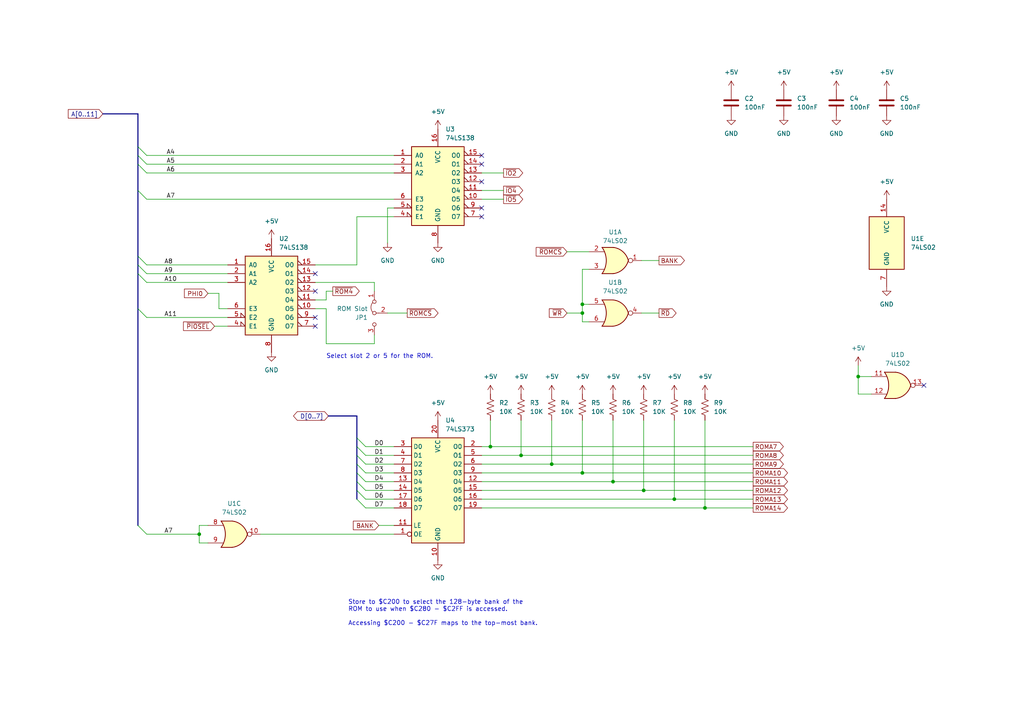
<source format=kicad_sch>
(kicad_sch (version 20230121) (generator eeschema)
  (paper "A4")
  (lib_symbols
    (symbol "74xx:74LS02" (pin_names (offset 1.016))
      (property "Reference" "U" (at 0 1.27 0))
      (property "Value" "74LS02" (at 0 -1.27 0))
      (symbol "74LS02_1_1"
        (arc (start -3.81 -3.81) (mid -2.589 0) (end -3.81 3.81) (stroke (width 0.254)))
        (arc (start -0.6096 -3.81) (mid 2.1842 -2.5851) (end 3.81 0) (stroke (width 0.254)) (fill (type background)))
        (polyline (pts (xy -3.81 -3.81) (xy -0.635 -3.81)) (stroke (width 0.254)) (fill (type background)))
        (polyline (pts (xy -3.81 3.81) (xy -0.635 3.81)) (stroke (width 0.254)) (fill (type background)))
        (polyline (pts (xy -0.635 3.81) (xy -3.81 3.81) (xy -3.81 3.81) (xy -3.556 3.4036) (xy -3.0226 2.2606) (xy -2.6924 1.0414) (xy -2.6162 -0.254) (xy -2.7686 -1.4986) (xy -3.175 -2.7178) (xy -3.81 -3.81) (xy -3.81 -3.81) (xy -0.635 -3.81)) (stroke (width -25.4)) (fill (type background)))
        (arc (start 3.81 0) (mid 2.1915 2.5936) (end -0.6096 3.81) (stroke (width 0.254)) (fill (type background)))
        (pin output inverted (at 7.62 0 180) (length 3.81) (name "~") (number "1"))
        (pin input line (at -7.62 2.54 0) (length 4.318) (name "~") (number "2"))
        (pin input line (at -7.62 -2.54 0) (length 4.318) (name "~") (number "3"))
      )
      (symbol "74LS02_1_2"
        (arc (start 0 -3.81) (mid 3.7934 0) (end 0 3.81) (stroke (width 0.254)) (fill (type background)))
        (polyline (pts (xy 0 3.81) (xy -3.81 3.81) (xy -3.81 -3.81) (xy 0 -3.81)) (stroke (width 0.254)) (fill (type background)))
        (pin output line (at 7.62 0 180) (length 3.81) (name "~") (number "1"))
        (pin input inverted (at -7.62 2.54 0) (length 3.81) (name "~") (number "2"))
        (pin input inverted (at -7.62 -2.54 0) (length 3.81) (name "~") (number "3"))
      )
      (symbol "74LS02_2_1"
        (arc (start -3.81 -3.81) (mid -2.589 0) (end -3.81 3.81) (stroke (width 0.254)))
        (arc (start -0.6096 -3.81) (mid 2.1842 -2.5851) (end 3.81 0) (stroke (width 0.254)) (fill (type background)))
        (polyline (pts (xy -3.81 -3.81) (xy -0.635 -3.81)) (stroke (width 0.254)) (fill (type background)))
        (polyline (pts (xy -3.81 3.81) (xy -0.635 3.81)) (stroke (width 0.254)) (fill (type background)))
        (polyline (pts (xy -0.635 3.81) (xy -3.81 3.81) (xy -3.81 3.81) (xy -3.556 3.4036) (xy -3.0226 2.2606) (xy -2.6924 1.0414) (xy -2.6162 -0.254) (xy -2.7686 -1.4986) (xy -3.175 -2.7178) (xy -3.81 -3.81) (xy -3.81 -3.81) (xy -0.635 -3.81)) (stroke (width -25.4)) (fill (type background)))
        (arc (start 3.81 0) (mid 2.1915 2.5936) (end -0.6096 3.81) (stroke (width 0.254)) (fill (type background)))
        (pin output inverted (at 7.62 0 180) (length 3.81) (name "~") (number "4"))
        (pin input line (at -7.62 2.54 0) (length 4.318) (name "~") (number "5"))
        (pin input line (at -7.62 -2.54 0) (length 4.318) (name "~") (number "6"))
      )
      (symbol "74LS02_2_2"
        (arc (start 0 -3.81) (mid 3.7934 0) (end 0 3.81) (stroke (width 0.254)) (fill (type background)))
        (polyline (pts (xy 0 3.81) (xy -3.81 3.81) (xy -3.81 -3.81) (xy 0 -3.81)) (stroke (width 0.254)) (fill (type background)))
        (pin output line (at 7.62 0 180) (length 3.81) (name "~") (number "4"))
        (pin input inverted (at -7.62 2.54 0) (length 3.81) (name "~") (number "5"))
        (pin input inverted (at -7.62 -2.54 0) (length 3.81) (name "~") (number "6"))
      )
      (symbol "74LS02_3_1"
        (arc (start -3.81 -3.81) (mid -2.589 0) (end -3.81 3.81) (stroke (width 0.254)))
        (arc (start -0.6096 -3.81) (mid 2.1842 -2.5851) (end 3.81 0) (stroke (width 0.254)) (fill (type background)))
        (polyline (pts (xy -3.81 -3.81) (xy -0.635 -3.81)) (stroke (width 0.254)) (fill (type background)))
        (polyline (pts (xy -3.81 3.81) (xy -0.635 3.81)) (stroke (width 0.254)) (fill (type background)))
        (polyline (pts (xy -0.635 3.81) (xy -3.81 3.81) (xy -3.81 3.81) (xy -3.556 3.4036) (xy -3.0226 2.2606) (xy -2.6924 1.0414) (xy -2.6162 -0.254) (xy -2.7686 -1.4986) (xy -3.175 -2.7178) (xy -3.81 -3.81) (xy -3.81 -3.81) (xy -0.635 -3.81)) (stroke (width -25.4)) (fill (type background)))
        (arc (start 3.81 0) (mid 2.1915 2.5936) (end -0.6096 3.81) (stroke (width 0.254)) (fill (type background)))
        (pin output inverted (at 7.62 0 180) (length 3.81) (name "~") (number "10"))
        (pin input line (at -7.62 2.54 0) (length 4.318) (name "~") (number "8"))
        (pin input line (at -7.62 -2.54 0) (length 4.318) (name "~") (number "9"))
      )
      (symbol "74LS02_3_2"
        (arc (start 0 -3.81) (mid 3.7934 0) (end 0 3.81) (stroke (width 0.254)) (fill (type background)))
        (polyline (pts (xy 0 3.81) (xy -3.81 3.81) (xy -3.81 -3.81) (xy 0 -3.81)) (stroke (width 0.254)) (fill (type background)))
        (pin output line (at 7.62 0 180) (length 3.81) (name "~") (number "10"))
        (pin input inverted (at -7.62 2.54 0) (length 3.81) (name "~") (number "8"))
        (pin input inverted (at -7.62 -2.54 0) (length 3.81) (name "~") (number "9"))
      )
      (symbol "74LS02_4_1"
        (arc (start -3.81 -3.81) (mid -2.589 0) (end -3.81 3.81) (stroke (width 0.254)))
        (arc (start -0.6096 -3.81) (mid 2.1842 -2.5851) (end 3.81 0) (stroke (width 0.254)) (fill (type background)))
        (polyline (pts (xy -3.81 -3.81) (xy -0.635 -3.81)) (stroke (width 0.254)) (fill (type background)))
        (polyline (pts (xy -3.81 3.81) (xy -0.635 3.81)) (stroke (width 0.254)) (fill (type background)))
        (polyline (pts (xy -0.635 3.81) (xy -3.81 3.81) (xy -3.81 3.81) (xy -3.556 3.4036) (xy -3.0226 2.2606) (xy -2.6924 1.0414) (xy -2.6162 -0.254) (xy -2.7686 -1.4986) (xy -3.175 -2.7178) (xy -3.81 -3.81) (xy -3.81 -3.81) (xy -0.635 -3.81)) (stroke (width -25.4)) (fill (type background)))
        (arc (start 3.81 0) (mid 2.1915 2.5936) (end -0.6096 3.81) (stroke (width 0.254)) (fill (type background)))
        (pin input line (at -7.62 2.54 0) (length 4.318) (name "~") (number "11"))
        (pin input line (at -7.62 -2.54 0) (length 4.318) (name "~") (number "12"))
        (pin output inverted (at 7.62 0 180) (length 3.81) (name "~") (number "13"))
      )
      (symbol "74LS02_4_2"
        (arc (start 0 -3.81) (mid 3.7934 0) (end 0 3.81) (stroke (width 0.254)) (fill (type background)))
        (polyline (pts (xy 0 3.81) (xy -3.81 3.81) (xy -3.81 -3.81) (xy 0 -3.81)) (stroke (width 0.254)) (fill (type background)))
        (pin input inverted (at -7.62 2.54 0) (length 3.81) (name "~") (number "11"))
        (pin input inverted (at -7.62 -2.54 0) (length 3.81) (name "~") (number "12"))
        (pin output line (at 7.62 0 180) (length 3.81) (name "~") (number "13"))
      )
      (symbol "74LS02_5_0"
        (pin power_in line (at 0 12.7 270) (length 5.08) (name "VCC") (number "14"))
        (pin power_in line (at 0 -12.7 90) (length 5.08) (name "GND") (number "7"))
      )
      (symbol "74LS02_5_1"
        (rectangle (start -5.08 7.62) (end 5.08 -7.62) (stroke (width 0.254)) (fill (type background)))
      )
    )
    (symbol "74xx:74LS138" (pin_names (offset 1.016))
      (property "Reference" "U" (at -7.62 11.43 0))
      (property "Value" "74LS138" (at -7.62 -13.97 0))
      (symbol "74LS138_1_0"
        (pin input line (at -12.7 7.62 0) (length 5.08) (name "A0") (number "1"))
        (pin output output_low (at 12.7 -5.08 180) (length 5.08) (name "O5") (number "10"))
        (pin output output_low (at 12.7 -2.54 180) (length 5.08) (name "O4") (number "11"))
        (pin output output_low (at 12.7 0 180) (length 5.08) (name "O3") (number "12"))
        (pin output output_low (at 12.7 2.54 180) (length 5.08) (name "O2") (number "13"))
        (pin output output_low (at 12.7 5.08 180) (length 5.08) (name "O1") (number "14"))
        (pin output output_low (at 12.7 7.62 180) (length 5.08) (name "O0") (number "15"))
        (pin power_in line (at 0 15.24 270) (length 5.08) (name "VCC") (number "16"))
        (pin input line (at -12.7 5.08 0) (length 5.08) (name "A1") (number "2"))
        (pin input line (at -12.7 2.54 0) (length 5.08) (name "A2") (number "3"))
        (pin input input_low (at -12.7 -10.16 0) (length 5.08) (name "E1") (number "4"))
        (pin input input_low (at -12.7 -7.62 0) (length 5.08) (name "E2") (number "5"))
        (pin input line (at -12.7 -5.08 0) (length 5.08) (name "E3") (number "6"))
        (pin output output_low (at 12.7 -10.16 180) (length 5.08) (name "O7") (number "7"))
        (pin power_in line (at 0 -17.78 90) (length 5.08) (name "GND") (number "8"))
        (pin output output_low (at 12.7 -7.62 180) (length 5.08) (name "O6") (number "9"))
      )
      (symbol "74LS138_1_1"
        (rectangle (start -7.62 10.16) (end 7.62 -12.7) (stroke (width 0.254)) (fill (type background)))
      )
    )
    (symbol "74xx:74LS373"
      (property "Reference" "U" (at -7.62 16.51 0))
      (property "Value" "74LS373" (at -7.62 -16.51 0))
      (symbol "74LS373_1_0"
        (pin input inverted (at -12.7 -12.7 0) (length 5.08) (name "OE") (number "1"))
        (pin power_in line (at 0 -20.32 90) (length 5.08) (name "GND") (number "10"))
        (pin input line (at -12.7 -10.16 0) (length 5.08) (name "LE") (number "11"))
        (pin tri_state line (at 12.7 2.54 180) (length 5.08) (name "O4") (number "12"))
        (pin input line (at -12.7 2.54 0) (length 5.08) (name "D4") (number "13"))
        (pin input line (at -12.7 0 0) (length 5.08) (name "D5") (number "14"))
        (pin tri_state line (at 12.7 0 180) (length 5.08) (name "O5") (number "15"))
        (pin tri_state line (at 12.7 -2.54 180) (length 5.08) (name "O6") (number "16"))
        (pin input line (at -12.7 -2.54 0) (length 5.08) (name "D6") (number "17"))
        (pin input line (at -12.7 -5.08 0) (length 5.08) (name "D7") (number "18"))
        (pin tri_state line (at 12.7 -5.08 180) (length 5.08) (name "O7") (number "19"))
        (pin tri_state line (at 12.7 12.7 180) (length 5.08) (name "O0") (number "2"))
        (pin power_in line (at 0 20.32 270) (length 5.08) (name "VCC") (number "20"))
        (pin input line (at -12.7 12.7 0) (length 5.08) (name "D0") (number "3"))
        (pin input line (at -12.7 10.16 0) (length 5.08) (name "D1") (number "4"))
        (pin tri_state line (at 12.7 10.16 180) (length 5.08) (name "O1") (number "5"))
        (pin tri_state line (at 12.7 7.62 180) (length 5.08) (name "O2") (number "6"))
        (pin input line (at -12.7 7.62 0) (length 5.08) (name "D2") (number "7"))
        (pin input line (at -12.7 5.08 0) (length 5.08) (name "D3") (number "8"))
        (pin tri_state line (at 12.7 5.08 180) (length 5.08) (name "O3") (number "9"))
      )
      (symbol "74LS373_1_1"
        (rectangle (start -7.62 15.24) (end 7.62 -15.24) (stroke (width 0.254)) (fill (type background)))
      )
    )
    (symbol "Device:C" (pin_numbers hide) (pin_names (offset 0.254))
      (property "Reference" "C" (at 0.635 2.54 0))
      (property "Value" "C" (at 0.635 -2.54 0))
      (symbol "C_0_1"
        (polyline (pts (xy -2.032 -0.762) (xy 2.032 -0.762)) (stroke (width 0.508)))
        (polyline (pts (xy -2.032 0.762) (xy 2.032 0.762)) (stroke (width 0.508)))
      )
      (symbol "C_1_1"
        (pin passive line (at 0 3.81 270) (length 2.794) (name "~") (number "1"))
        (pin passive line (at 0 -3.81 90) (length 2.794) (name "~") (number "2"))
      )
    )
    (symbol "Device:R_US" (pin_numbers hide) (pin_names (offset 0))
      (property "Reference" "R" (at 2.54 0 90))
      (property "Value" "R_US" (at -2.54 0 90))
      (symbol "R_US_0_1"
        (polyline (pts (xy 0 -2.286) (xy 0 -2.54)))
        (polyline (pts (xy 0 2.286) (xy 0 2.54)))
        (polyline (pts (xy 0 -0.762) (xy 1.016 -1.143) (xy 0 -1.524) (xy -1.016 -1.905) (xy 0 -2.286)))
        (polyline (pts (xy 0 0.762) (xy 1.016 0.381) (xy 0 0) (xy -1.016 -0.381) (xy 0 -0.762)))
        (polyline (pts (xy 0 2.286) (xy 1.016 1.905) (xy 0 1.524) (xy -1.016 1.143) (xy 0 0.762)))
      )
      (symbol "R_US_1_1"
        (pin passive line (at 0 3.81 270) (length 1.27) (name "~") (number "1"))
        (pin passive line (at 0 -3.81 90) (length 1.27) (name "~") (number "2"))
      )
    )
    (symbol "Jumper:Jumper_3_Bridged12" (pin_names (offset 0) hide)
      (property "Reference" "JP" (at -2.54 -2.54 0))
      (property "Value" "Jumper_3_Bridged12" (at 0 2.794 0))
      (symbol "Jumper_3_Bridged12_0_0"
        (circle (center -3.302 0) (radius 0.508))
        (circle (center 0 0) (radius 0.508))
        (circle (center 3.302 0) (radius 0.508))
      )
      (symbol "Jumper_3_Bridged12_0_1"
        (arc (start -0.254 0.508) (mid -1.651 0.9912) (end -3.048 0.508))
        (polyline (pts (xy 0 -1.27) (xy 0 -0.508)))
      )
      (symbol "Jumper_3_Bridged12_1_1"
        (pin passive line (at -6.35 0 0) (length 2.54) (name "A") (number "1"))
        (pin passive line (at 0 -3.81 90) (length 2.54) (name "C") (number "2"))
        (pin passive line (at 6.35 0 180) (length 2.54) (name "B") (number "3"))
      )
    )
    (symbol "power:+5V" (power) (pin_names (offset 0))
      (property "Value" "+5V" (at 0 3.556 0))
      (symbol "+5V_0_1"
        (polyline (pts (xy -0.762 1.27) (xy 0 2.54)))
        (polyline (pts (xy 0 0) (xy 0 2.54)))
        (polyline (pts (xy 0 2.54) (xy 0.762 1.27)))
      )
      (symbol "+5V_1_1"
        (pin power_in line (at 0 0 90) (length 0) hide (name "+5V") (number "1"))
      )
    )
    (symbol "power:GND" (power) (pin_names (offset 0))
      (property "Value" "GND" (at 0 -3.81 0))
      (symbol "GND_0_1"
        (polyline (pts (xy 0 0) (xy 0 -1.27) (xy 1.27 -1.27) (xy 0 -2.54) (xy -1.27 -1.27) (xy 0 -1.27)))
      )
      (symbol "GND_1_1"
        (pin power_in line (at 0 0 270) (length 0) hide (name "GND") (number "1"))
      )
    )
  )
  (junction (at 195.58 144.78))
  (junction (at 160.02 134.62))
  (junction (at 168.91 90.805))
  (junction (at 177.8 139.7))
  (junction (at 142.24 129.54))
  (junction (at 168.91 88.265))
  (junction (at 168.91 137.16))
  (junction (at 151.13 132.08))
  (junction (at 248.92 109.22))
  (junction (at 57.785 154.94))
  (junction (at 186.69 142.24))
  (junction (at 204.47 147.32))
  (no_connect (at 91.44 84.455))
  (no_connect (at 139.7 60.325))
  (no_connect (at 267.97 111.76))
  (no_connect (at 91.44 92.075))
  (no_connect (at 139.7 52.705))
  (no_connect (at 139.7 62.865))
  (no_connect (at 139.7 45.085))
  (no_connect (at 91.44 79.375))
  (no_connect (at 139.7 47.625))
  (no_connect (at 91.44 94.615))
  (bus_entry (at 40.005 47.625) (size 2.54 2.54))
  (bus_entry (at 40.005 152.4) (size 2.54 2.54))
  (bus_entry (at 103.505 127) (size 2.54 2.54))
  (bus_entry (at 40.005 76.835) (size 2.54 2.54))
  (bus_entry (at 103.505 137.16) (size 2.54 2.54))
  (bus_entry (at 103.505 129.54) (size 2.54 2.54))
  (bus_entry (at 103.505 144.78) (size 2.54 2.54))
  (bus_entry (at 103.505 132.08) (size 2.54 2.54))
  (bus_entry (at 40.005 79.375) (size 2.54 2.54))
  (bus_entry (at 103.505 139.7) (size 2.54 2.54))
  (bus_entry (at 103.505 134.62) (size 2.54 2.54))
  (bus_entry (at 40.005 45.085) (size 2.54 2.54))
  (bus_entry (at 40.005 74.295) (size 2.54 2.54))
  (bus_entry (at 40.005 42.545) (size 2.54 2.54))
  (bus_entry (at 40.005 89.535) (size 2.54 2.54))
  (bus_entry (at 103.505 142.24) (size 2.54 2.54))
  (bus_entry (at 40.005 55.245) (size 2.54 2.54))
  (wire (pts (xy 60.325 152.4) (xy 57.785 152.4)))
  (bus (pts (xy 40.005 33.02) (xy 40.005 42.545)))
  (wire (pts (xy 91.44 76.835) (xy 103.505 76.835)))
  (bus (pts (xy 40.005 89.535) (xy 40.005 152.4)))
  (wire (pts (xy 139.7 147.32) (xy 204.47 147.32)))
  (wire (pts (xy 248.92 109.22) (xy 252.73 109.22)))
  (wire (pts (xy 109.855 152.4) (xy 114.3 152.4)))
  (wire (pts (xy 94.615 84.455) (xy 96.52 84.455)))
  (wire (pts (xy 106.045 137.16) (xy 114.3 137.16)))
  (wire (pts (xy 164.465 90.805) (xy 168.91 90.805)))
  (bus (pts (xy 103.505 134.62) (xy 103.505 137.16)))
  (wire (pts (xy 186.69 121.92) (xy 186.69 142.24)))
  (wire (pts (xy 60.325 85.09) (xy 63.5 85.09)))
  (wire (pts (xy 106.045 142.24) (xy 114.3 142.24)))
  (wire (pts (xy 168.91 121.92) (xy 168.91 137.16)))
  (bus (pts (xy 29.845 33.02) (xy 40.005 33.02)))
  (wire (pts (xy 139.7 55.245) (xy 146.05 55.245)))
  (wire (pts (xy 63.5 85.09) (xy 63.5 89.535)))
  (wire (pts (xy 106.045 134.62) (xy 114.3 134.62)))
  (wire (pts (xy 106.045 147.32) (xy 114.3 147.32)))
  (wire (pts (xy 252.73 114.3) (xy 248.92 114.3)))
  (wire (pts (xy 186.055 75.565) (xy 191.135 75.565)))
  (bus (pts (xy 95.25 120.65) (xy 103.505 120.65)))
  (wire (pts (xy 160.02 121.92) (xy 160.02 134.62)))
  (bus (pts (xy 40.005 55.245) (xy 40.005 74.295)))
  (wire (pts (xy 75.565 154.94) (xy 114.3 154.94)))
  (wire (pts (xy 94.615 86.995) (xy 94.615 84.455)))
  (wire (pts (xy 42.545 76.835) (xy 66.04 76.835)))
  (bus (pts (xy 103.505 129.54) (xy 103.505 132.08)))
  (wire (pts (xy 164.465 73.025) (xy 170.815 73.025)))
  (bus (pts (xy 40.005 47.625) (xy 40.005 55.245)))
  (wire (pts (xy 139.7 50.165) (xy 146.05 50.165)))
  (wire (pts (xy 42.545 79.375) (xy 66.04 79.375)))
  (bus (pts (xy 103.505 127) (xy 103.505 129.54)))
  (wire (pts (xy 103.505 76.835) (xy 103.505 62.865)))
  (wire (pts (xy 139.7 144.78) (xy 195.58 144.78)))
  (wire (pts (xy 112.395 60.325) (xy 114.3 60.325)))
  (wire (pts (xy 142.24 121.92) (xy 142.24 129.54)))
  (wire (pts (xy 139.7 142.24) (xy 186.69 142.24)))
  (bus (pts (xy 40.005 79.375) (xy 40.005 89.535)))
  (wire (pts (xy 139.7 129.54) (xy 142.24 129.54)))
  (wire (pts (xy 168.91 78.105) (xy 168.91 88.265)))
  (wire (pts (xy 42.545 81.915) (xy 66.04 81.915)))
  (wire (pts (xy 94.615 99.695) (xy 108.585 99.695)))
  (wire (pts (xy 106.045 129.54) (xy 114.3 129.54)))
  (wire (pts (xy 42.545 154.94) (xy 57.785 154.94)))
  (wire (pts (xy 204.47 147.32) (xy 218.44 147.32)))
  (wire (pts (xy 195.58 121.92) (xy 195.58 144.78)))
  (wire (pts (xy 42.545 57.785) (xy 114.3 57.785)))
  (wire (pts (xy 57.785 154.94) (xy 57.785 157.48)))
  (wire (pts (xy 42.545 47.625) (xy 114.3 47.625)))
  (wire (pts (xy 62.23 94.615) (xy 66.04 94.615)))
  (wire (pts (xy 103.505 62.865) (xy 114.3 62.865)))
  (wire (pts (xy 108.585 99.695) (xy 108.585 97.155)))
  (wire (pts (xy 186.055 90.805) (xy 191.135 90.805)))
  (wire (pts (xy 112.395 90.805) (xy 118.11 90.805)))
  (wire (pts (xy 168.91 90.805) (xy 168.91 93.345)))
  (wire (pts (xy 186.69 142.24) (xy 218.44 142.24)))
  (wire (pts (xy 139.7 139.7) (xy 177.8 139.7)))
  (bus (pts (xy 40.005 74.295) (xy 40.005 76.835)))
  (wire (pts (xy 57.785 152.4) (xy 57.785 154.94)))
  (bus (pts (xy 103.505 132.08) (xy 103.505 134.62)))
  (bus (pts (xy 103.505 139.7) (xy 103.505 142.24)))
  (wire (pts (xy 177.8 121.92) (xy 177.8 139.7)))
  (wire (pts (xy 106.045 144.78) (xy 114.3 144.78)))
  (wire (pts (xy 112.395 70.485) (xy 112.395 60.325)))
  (wire (pts (xy 139.7 57.785) (xy 146.05 57.785)))
  (bus (pts (xy 103.505 137.16) (xy 103.505 139.7)))
  (wire (pts (xy 160.02 134.62) (xy 218.44 134.62)))
  (bus (pts (xy 103.505 142.24) (xy 103.505 144.78)))
  (wire (pts (xy 139.7 132.08) (xy 151.13 132.08)))
  (wire (pts (xy 248.92 114.3) (xy 248.92 109.22)))
  (wire (pts (xy 91.44 86.995) (xy 94.615 86.995)))
  (wire (pts (xy 108.585 81.915) (xy 108.585 84.455)))
  (wire (pts (xy 139.7 137.16) (xy 168.91 137.16)))
  (wire (pts (xy 63.5 89.535) (xy 66.04 89.535)))
  (wire (pts (xy 142.24 129.54) (xy 218.44 129.54)))
  (wire (pts (xy 139.7 134.62) (xy 160.02 134.62)))
  (wire (pts (xy 42.545 50.165) (xy 114.3 50.165)))
  (wire (pts (xy 168.91 137.16) (xy 218.44 137.16)))
  (wire (pts (xy 94.615 89.535) (xy 94.615 99.695)))
  (wire (pts (xy 168.91 88.265) (xy 168.91 90.805)))
  (bus (pts (xy 40.005 76.835) (xy 40.005 79.375)))
  (wire (pts (xy 106.045 132.08) (xy 114.3 132.08)))
  (bus (pts (xy 40.005 42.545) (xy 40.005 45.085)))
  (wire (pts (xy 42.545 92.075) (xy 66.04 92.075)))
  (wire (pts (xy 170.815 88.265) (xy 168.91 88.265)))
  (wire (pts (xy 168.91 93.345) (xy 170.815 93.345)))
  (wire (pts (xy 42.545 45.085) (xy 114.3 45.085)))
  (wire (pts (xy 151.13 121.92) (xy 151.13 132.08)))
  (wire (pts (xy 57.785 157.48) (xy 60.325 157.48)))
  (wire (pts (xy 91.44 81.915) (xy 108.585 81.915)))
  (wire (pts (xy 170.815 78.105) (xy 168.91 78.105)))
  (wire (pts (xy 195.58 144.78) (xy 218.44 144.78)))
  (wire (pts (xy 248.92 109.22) (xy 248.92 106.045)))
  (wire (pts (xy 91.44 89.535) (xy 94.615 89.535)))
  (wire (pts (xy 106.045 139.7) (xy 114.3 139.7)))
  (bus (pts (xy 103.505 120.65) (xy 103.505 127)))
  (wire (pts (xy 204.47 121.92) (xy 204.47 147.32)))
  (wire (pts (xy 151.13 132.08) (xy 218.44 132.08)))
  (wire (pts (xy 177.8 139.7) (xy 218.44 139.7)))
  (bus (pts (xy 40.005 45.085) (xy 40.005 47.625)))
  (text "Store to $C200 to select the 128-byte bank of the\nROM to use when $C280 - $C2FF is accessed.\n\nAccessing $C200 - $C27F maps to the top-most bank." (at 100.965 181.61 0) (effects (font (size 1.27 1.27)) (justify left bottom)))
  (text "Select slot 2 or 5 for the ROM." (at 94.615 104.14 0) (effects (font (size 1.27 1.27)) (justify left bottom)))
  (label "A8" (at 47.625 76.835 0))
  (label "A5" (at 48.26 47.625 0))
  (label "D4" (at 108.585 139.7 0))
  (label "A9" (at 47.625 79.375 0))
  (label "A6" (at 48.26 50.165 0))
  (label "D0" (at 108.585 129.54 0))
  (label "A7" (at 47.625 154.94 0))
  (label "D1" (at 108.585 132.08 0))
  (label "D7" (at 108.585 147.32 0))
  (label "D3" (at 108.585 137.16 0))
  (label "D2" (at 108.585 134.62 0))
  (label "A11" (at 47.625 92.075 0))
  (label "D6" (at 108.585 144.78 0))
  (label "A10" (at 47.625 81.915 0))
  (label "A4" (at 48.26 45.085 0))
  (label "D5" (at 108.585 142.24 0))
  (label "A7" (at 48.26 57.785 0))
  (global_label "~{PIOSEL}" (shape input) (at 62.23 94.615 180) (property "Intersheetrefs" "${INTERSHEET_REFS}" (effects hide)))
  (global_label "~{WR}" (shape input) (at 164.465 90.805 180) (property "Intersheetrefs" "${INTERSHEET_REFS}" (effects hide)))
  (global_label "BANK" (shape input) (at 109.855 152.4 180) (property "Intersheetrefs" "${INTERSHEET_REFS}" (effects hide)))
  (global_label "A[0..11]" (shape input) (at 29.845 33.02 180) (property "Intersheetrefs" "${INTERSHEET_REFS}" (effects hide)))
  (global_label "PHI0" (shape input) (at 60.325 85.09 180) (property "Intersheetrefs" "${INTERSHEET_REFS}" (effects hide)))
  (global_label "ROMA12" (shape output) (at 218.44 142.24 0) (property "Intersheetrefs" "${INTERSHEET_REFS}" (effects hide)))
  (global_label "~{RD}" (shape output) (at 191.135 90.805 0) (property "Intersheetrefs" "${INTERSHEET_REFS}" (effects hide)))
  (global_label "~{IO2}" (shape output) (at 146.05 50.165 0) (property "Intersheetrefs" "${INTERSHEET_REFS}" (effects hide)))
  (global_label "~{IO5}" (shape output) (at 146.05 57.785 0) (property "Intersheetrefs" "${INTERSHEET_REFS}" (effects hide)))
  (global_label "ROMA11" (shape output) (at 218.44 139.7 0) (property "Intersheetrefs" "${INTERSHEET_REFS}" (effects hide)))
  (global_label "ROMA10" (shape output) (at 218.44 137.16 0) (property "Intersheetrefs" "${INTERSHEET_REFS}" (effects hide)))
  (global_label "D[0..7]" (shape bidirectional) (at 95.25 120.65 180) (property "Intersheetrefs" "${INTERSHEET_REFS}" (effects hide)))
  (global_label "~{ROMCS}" (shape output) (at 118.11 90.805 0) (property "Intersheetrefs" "${INTERSHEET_REFS}" (effects hide)))
  (global_label "~{ROM4}" (shape output) (at 96.52 84.455 0) (property "Intersheetrefs" "${INTERSHEET_REFS}" (effects hide)))
  (global_label "ROMA7" (shape output) (at 218.44 129.54 0) (property "Intersheetrefs" "${INTERSHEET_REFS}" (effects hide)))
  (global_label "ROMA9" (shape output) (at 218.44 134.62 0) (property "Intersheetrefs" "${INTERSHEET_REFS}" (effects hide)))
  (global_label "~{IO4}" (shape output) (at 146.05 55.245 0) (property "Intersheetrefs" "${INTERSHEET_REFS}" (effects hide)))
  (global_label "BANK" (shape output) (at 191.135 75.565 0) (property "Intersheetrefs" "${INTERSHEET_REFS}" (effects hide)))
  (global_label "ROMA14" (shape output) (at 218.44 147.32 0) (property "Intersheetrefs" "${INTERSHEET_REFS}" (effects hide)))
  (global_label "~{ROMCS}" (shape input) (at 164.465 73.025 180) (property "Intersheetrefs" "${INTERSHEET_REFS}" (effects hide)))
  (global_label "ROMA8" (shape output) (at 218.44 132.08 0) (property "Intersheetrefs" "${INTERSHEET_REFS}" (effects hide)))
  (global_label "ROMA13" (shape output) (at 218.44 144.78 0) (property "Intersheetrefs" "${INTERSHEET_REFS}" (effects hide)))
  (symbol (lib_id "power:+5V") (at 212.09 26.035 0) (unit 1)
    (property "Reference" "#PWR028" (effects hide))
    (property "Value" "+5V" (at 212.09 20.955 0))
  )
  (symbol (lib_id "Device:C") (at 242.57 29.845 0) (unit 1)
    (property "Reference" "C4" (at 246.38 28.575 0) (effects (justify left)))
    (property "Value" "100nF" (at 246.38 31.115 0) (effects (justify left)))
    (property "Footprint" "Capacitor_THT:C_Disc_D5.0mm_W2.5mm_P5.00mm" (effects hide))
  )
  (symbol (lib_id "74xx:74LS02") (at 257.175 70.485 0) (unit 5)
    (property "Reference" "U1" (at 264.16 69.215 0) (effects (justify left)))
    (property "Value" "74LS02" (at 264.16 71.755 0) (effects (justify left)))
    (property "Footprint" "Package_DIP:DIP-14_W7.62mm" (effects hide))
    (property "Datasheet" "http://www.ti.com/lit/gpn/sn74ls02" (effects hide))
  )
  (symbol (lib_id "power:+5V") (at 168.91 114.3 0) (unit 1)
    (property "Reference" "#PWR023" (effects hide))
    (property "Value" "+5V" (at 168.91 109.22 0))
  )
  (symbol (lib_id "power:+5V") (at 78.74 69.215 0) (unit 1)
    (property "Reference" "#PWR013" (effects hide))
    (property "Value" "+5V" (at 78.74 64.135 0))
  )
  (symbol (lib_id "power:+5V") (at 257.175 26.035 0) (unit 1)
    (property "Reference" "#PWR035" (effects hide))
    (property "Value" "+5V" (at 257.175 20.955 0))
  )
  (symbol (lib_id "74xx:74LS138") (at 127 52.705 0) (unit 1)
    (property "Reference" "U3" (at 129.1941 37.465 0) (effects (justify left)))
    (property "Value" "74LS138" (at 129.1941 40.005 0) (effects (justify left)))
    (property "Footprint" "Package_DIP:DIP-16_W7.62mm" (effects hide))
    (property "Datasheet" "http://www.ti.com/lit/gpn/sn74LS138" (effects hide))
  )
  (symbol (lib_id "power:+5V") (at 248.92 106.045 0) (unit 1)
    (property "Reference" "#PWR034" (effects hide))
    (property "Value" "+5V" (at 248.92 100.965 0))
  )
  (symbol (lib_id "power:+5V") (at 177.8 114.3 0) (unit 1)
    (property "Reference" "#PWR024" (effects hide))
    (property "Value" "+5V" (at 177.8 109.22 0))
  )
  (symbol (lib_id "Device:R_US") (at 186.69 118.11 0) (unit 1)
    (property "Reference" "R7" (at 189.23 116.84 0) (effects (justify left)))
    (property "Value" "10K" (at 189.23 119.38 0) (effects (justify left)))
    (property "Footprint" "Resistor_THT:R_Axial_DIN0207_L6.3mm_D2.5mm_P7.62mm_Horizontal" (effects hide))
  )
  (symbol (lib_id "74xx:74LS02") (at 260.35 111.76 0) (unit 4)
    (property "Reference" "U1" (at 260.35 102.87 0))
    (property "Value" "74LS02" (at 260.35 105.41 0))
    (property "Footprint" "Package_DIP:DIP-14_W7.62mm" (effects hide))
    (property "Datasheet" "http://www.ti.com/lit/gpn/sn74ls02" (effects hide))
  )
  (symbol (lib_id "power:+5V") (at 242.57 26.035 0) (unit 1)
    (property "Reference" "#PWR032" (effects hide))
    (property "Value" "+5V" (at 242.57 20.955 0))
  )
  (symbol (lib_id "Device:R_US") (at 177.8 118.11 0) (unit 1)
    (property "Reference" "R6" (at 180.34 116.84 0) (effects (justify left)))
    (property "Value" "10K" (at 180.34 119.38 0) (effects (justify left)))
    (property "Footprint" "Resistor_THT:R_Axial_DIN0207_L6.3mm_D2.5mm_P7.62mm_Horizontal" (effects hide))
  )
  (symbol (lib_id "74xx:74LS02") (at 178.435 75.565 0) (unit 1)
    (property "Reference" "U1" (at 178.435 67.31 0))
    (property "Value" "74LS02" (at 178.435 69.85 0))
    (property "Footprint" "Package_DIP:DIP-14_W7.62mm" (effects hide))
    (property "Datasheet" "http://www.ti.com/lit/gpn/sn74ls02" (effects hide))
  )
  (symbol (lib_id "power:+5V") (at 204.47 114.3 0) (unit 1)
    (property "Reference" "#PWR027" (effects hide))
    (property "Value" "+5V" (at 204.47 109.22 0))
  )
  (symbol (lib_id "Device:C") (at 227.33 29.845 0) (unit 1)
    (property "Reference" "C3" (at 231.14 28.575 0) (effects (justify left)))
    (property "Value" "100nF" (at 231.14 31.115 0) (effects (justify left)))
    (property "Footprint" "Capacitor_THT:C_Disc_D5.0mm_W2.5mm_P5.00mm" (effects hide))
  )
  (symbol (lib_id "power:+5V") (at 127 37.465 0) (unit 1)
    (property "Reference" "#PWR016" (effects hide))
    (property "Value" "+5V" (at 127 32.385 0))
  )
  (symbol (lib_id "power:+5V") (at 127 121.92 0) (unit 1)
    (property "Reference" "#PWR018" (effects hide))
    (property "Value" "+5V" (at 127 116.84 0))
  )
  (symbol (lib_id "power:+5V") (at 227.33 26.035 0) (unit 1)
    (property "Reference" "#PWR030" (effects hide))
    (property "Value" "+5V" (at 227.33 20.955 0))
  )
  (symbol (lib_id "Device:C") (at 212.09 29.845 0) (unit 1)
    (property "Reference" "C2" (at 215.9 28.575 0) (effects (justify left)))
    (property "Value" "100nF" (at 215.9 31.115 0) (effects (justify left)))
    (property "Footprint" "Capacitor_THT:C_Disc_D5.0mm_W2.5mm_P5.00mm" (effects hide))
  )
  (symbol (lib_id "74xx:74LS02") (at 67.945 154.94 0) (unit 3)
    (property "Reference" "U1" (at 67.945 146.05 0))
    (property "Value" "74LS02" (at 67.945 148.59 0))
    (property "Footprint" "Package_DIP:DIP-14_W7.62mm" (effects hide))
    (property "Datasheet" "http://www.ti.com/lit/gpn/sn74ls02" (effects hide))
  )
  (symbol (lib_id "power:GND") (at 112.395 70.485 0) (unit 1)
    (property "Reference" "#PWR015" (effects hide))
    (property "Value" "GND" (at 112.395 75.565 0))
  )
  (symbol (lib_id "power:GND") (at 227.33 33.655 0) (unit 1)
    (property "Reference" "#PWR031" (effects hide))
    (property "Value" "GND" (at 227.33 38.735 0))
  )
  (symbol (lib_id "Device:R_US") (at 168.91 118.11 0) (unit 1)
    (property "Reference" "R5" (at 171.45 116.84 0) (effects (justify left)))
    (property "Value" "10K" (at 171.45 119.38 0) (effects (justify left)))
    (property "Footprint" "Resistor_THT:R_Axial_DIN0207_L6.3mm_D2.5mm_P7.62mm_Horizontal" (effects hide))
  )
  (symbol (lib_id "74xx:74LS02") (at 178.435 90.805 0) (unit 2)
    (property "Reference" "U1" (at 178.435 81.915 0))
    (property "Value" "74LS02" (at 178.435 84.455 0))
    (property "Footprint" "Package_DIP:DIP-14_W7.62mm" (effects hide))
    (property "Datasheet" "http://www.ti.com/lit/gpn/sn74ls02" (effects hide))
  )
  (symbol (lib_id "Device:R_US") (at 195.58 118.11 0) (unit 1)
    (property "Reference" "R8" (at 198.12 116.84 0) (effects (justify left)))
    (property "Value" "10K" (at 198.12 119.38 0) (effects (justify left)))
    (property "Footprint" "Resistor_THT:R_Axial_DIN0207_L6.3mm_D2.5mm_P7.62mm_Horizontal" (effects hide))
  )
  (symbol (lib_id "Device:R_US") (at 160.02 118.11 0) (unit 1)
    (property "Reference" "R4" (at 162.56 116.84 0) (effects (justify left)))
    (property "Value" "10K" (at 162.56 119.38 0) (effects (justify left)))
    (property "Footprint" "Resistor_THT:R_Axial_DIN0207_L6.3mm_D2.5mm_P7.62mm_Horizontal" (effects hide))
  )
  (symbol (lib_id "Jumper:Jumper_3_Bridged12") (at 108.585 90.805 90) (mirror x) (unit 1)
    (property "Reference" "JP1" (at 106.68 92.075 90) (effects (justify left)))
    (property "Value" "ROM Slot" (at 106.68 89.535 90) (effects (justify left)))
    (property "Footprint" "Connector_PinHeader_2.54mm:PinHeader_1x03_P2.54mm_Vertical" (effects hide))
  )
  (symbol (lib_id "power:GND") (at 127 70.485 0) (unit 1)
    (property "Reference" "#PWR017" (effects hide))
    (property "Value" "GND" (at 127 75.565 0))
  )
  (symbol (lib_id "power:GND") (at 242.57 33.655 0) (unit 1)
    (property "Reference" "#PWR033" (effects hide))
    (property "Value" "GND" (at 242.57 38.735 0))
  )
  (symbol (lib_id "power:+5V") (at 160.02 114.3 0) (unit 1)
    (property "Reference" "#PWR022" (effects hide))
    (property "Value" "+5V" (at 160.02 109.22 0))
  )
  (symbol (lib_id "power:GND") (at 212.09 33.655 0) (unit 1)
    (property "Reference" "#PWR029" (effects hide))
    (property "Value" "GND" (at 212.09 38.735 0))
  )
  (symbol (lib_id "74xx:74LS373") (at 127 142.24 0) (unit 1)
    (property "Reference" "U4" (at 129.1941 121.92 0) (effects (justify left)))
    (property "Value" "74LS373" (at 129.1941 124.46 0) (effects (justify left)))
    (property "Footprint" "Package_DIP:DIP-20_W7.62mm" (effects hide))
    (property "Datasheet" "http://www.ti.com/lit/gpn/sn74LS373" (effects hide))
  )
  (symbol (lib_id "power:+5V") (at 186.69 114.3 0) (unit 1)
    (property "Reference" "#PWR025" (effects hide))
    (property "Value" "+5V" (at 186.69 109.22 0))
  )
  (symbol (lib_id "power:+5V") (at 257.175 57.785 0) (unit 1)
    (property "Reference" "#PWR037" (effects hide))
    (property "Value" "+5V" (at 257.175 52.705 0))
  )
  (symbol (lib_id "power:+5V") (at 195.58 114.3 0) (unit 1)
    (property "Reference" "#PWR026" (effects hide))
    (property "Value" "+5V" (at 195.58 109.22 0))
  )
  (symbol (lib_id "Device:R_US") (at 151.13 118.11 0) (unit 1)
    (property "Reference" "R3" (at 153.67 116.84 0) (effects (justify left)))
    (property "Value" "10K" (at 153.67 119.38 0) (effects (justify left)))
    (property "Footprint" "Resistor_THT:R_Axial_DIN0207_L6.3mm_D2.5mm_P7.62mm_Horizontal" (effects hide))
  )
  (symbol (lib_id "Device:C") (at 257.175 29.845 0) (unit 1)
    (property "Reference" "C5" (at 260.985 28.575 0) (effects (justify left)))
    (property "Value" "100nF" (at 260.985 31.115 0) (effects (justify left)))
    (property "Footprint" "Capacitor_THT:C_Disc_D5.0mm_W2.5mm_P5.00mm" (effects hide))
  )
  (symbol (lib_id "Device:R_US") (at 204.47 118.11 0) (unit 1)
    (property "Reference" "R9" (at 207.01 116.84 0) (effects (justify left)))
    (property "Value" "10K" (at 207.01 119.38 0) (effects (justify left)))
    (property "Footprint" "Resistor_THT:R_Axial_DIN0207_L6.3mm_D2.5mm_P7.62mm_Horizontal" (effects hide))
  )
  (symbol (lib_id "power:GND") (at 78.74 102.235 0) (unit 1)
    (property "Reference" "#PWR014" (effects hide))
    (property "Value" "GND" (at 78.74 107.315 0))
  )
  (symbol (lib_id "power:GND") (at 127 162.56 0) (unit 1)
    (property "Reference" "#PWR019" (effects hide))
    (property "Value" "GND" (at 127 167.64 0))
  )
  (symbol (lib_id "power:GND") (at 257.175 33.655 0) (unit 1)
    (property "Reference" "#PWR036" (effects hide))
    (property "Value" "GND" (at 257.175 38.735 0))
  )
  (symbol (lib_id "power:GND") (at 257.175 83.185 0) (unit 1)
    (property "Reference" "#PWR038" (effects hide))
    (property "Value" "GND" (at 257.175 88.265 0))
  )
  (symbol (lib_id "Device:R_US") (at 142.24 118.11 0) (unit 1)
    (property "Reference" "R2" (at 144.78 116.84 0) (effects (justify left)))
    (property "Value" "10K" (at 144.78 119.38 0) (effects (justify left)))
    (property "Footprint" "Resistor_THT:R_Axial_DIN0207_L6.3mm_D2.5mm_P7.62mm_Horizontal" (effects hide))
  )
  (symbol (lib_id "74xx:74LS138") (at 78.74 84.455 0) (unit 1)
    (property "Reference" "U2" (at 80.9341 69.215 0) (effects (justify left)))
    (property "Value" "74LS138" (at 80.9341 71.755 0) (effects (justify left)))
    (property "Footprint" "Package_DIP:DIP-16_W7.62mm" (effects hide))
    (property "Datasheet" "http://www.ti.com/lit/gpn/sn74LS138" (effects hide))
  )
  (symbol (lib_id "power:+5V") (at 151.13 114.3 0) (unit 1)
    (property "Reference" "#PWR021" (effects hide))
    (property "Value" "+5V" (at 151.13 109.22 0))
  )
  (symbol (lib_id "power:+5V") (at 142.24 114.3 0) (unit 1)
    (property "Reference" "#PWR020" (effects hide))
    (property "Value" "+5V" (at 142.24 109.22 0))
  )
)
</source>
